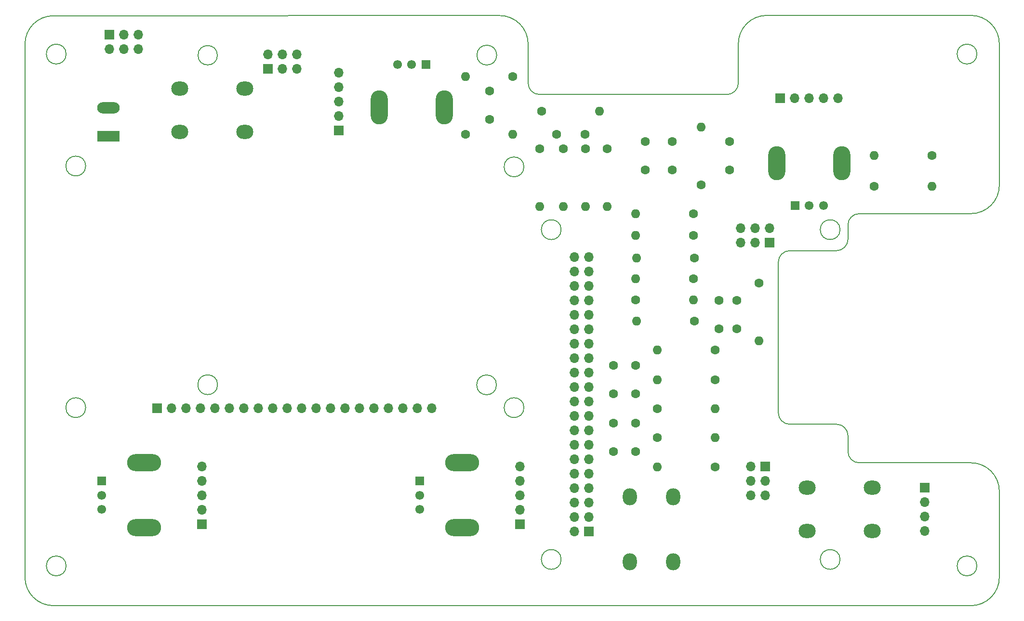
<source format=gbr>
%TF.GenerationSoftware,KiCad,Pcbnew,(6.0.6)*%
%TF.CreationDate,2022-07-08T10:44:38+02:00*%
%TF.ProjectId,norns_fork,6e6f726e-735f-4666-9f72-6b2e6b696361,V2*%
%TF.SameCoordinates,Original*%
%TF.FileFunction,Soldermask,Top*%
%TF.FilePolarity,Negative*%
%FSLAX46Y46*%
G04 Gerber Fmt 4.6, Leading zero omitted, Abs format (unit mm)*
G04 Created by KiCad (PCBNEW (6.0.6)) date 2022-07-08 10:44:38*
%MOMM*%
%LPD*%
G01*
G04 APERTURE LIST*
G04 Aperture macros list*
%AMRoundRect*
0 Rectangle with rounded corners*
0 $1 Rounding radius*
0 $2 $3 $4 $5 $6 $7 $8 $9 X,Y pos of 4 corners*
0 Add a 4 corners polygon primitive as box body*
4,1,4,$2,$3,$4,$5,$6,$7,$8,$9,$2,$3,0*
0 Add four circle primitives for the rounded corners*
1,1,$1+$1,$2,$3*
1,1,$1+$1,$4,$5*
1,1,$1+$1,$6,$7*
1,1,$1+$1,$8,$9*
0 Add four rect primitives between the rounded corners*
20,1,$1+$1,$2,$3,$4,$5,0*
20,1,$1+$1,$4,$5,$6,$7,0*
20,1,$1+$1,$6,$7,$8,$9,0*
20,1,$1+$1,$8,$9,$2,$3,0*%
G04 Aperture macros list end*
%TA.AperFunction,Profile*%
%ADD10C,0.200000*%
%TD*%
%ADD11RoundRect,1.500000X0.000000X1.500000X0.000000X1.500000X0.000000X-1.500000X0.000000X-1.500000X0*%
%ADD12R,1.550000X1.550000*%
%ADD13C,1.550000*%
%ADD14O,3.000000X2.500000*%
%ADD15C,1.600000*%
%ADD16O,1.600000X1.600000*%
%ADD17R,1.700000X1.700000*%
%ADD18O,1.700000X1.700000*%
%ADD19O,2.500000X3.000000*%
%ADD20RoundRect,1.500000X-1.500000X0.000000X-1.500000X0.000000X1.500000X0.000000X1.500000X0.000000X0*%
%ADD21RoundRect,1.500000X0.000000X-1.500000X0.000000X-1.500000X0.000000X1.500000X0.000000X1.500000X0*%
%ADD22R,3.960000X1.980000*%
%ADD23O,3.960000X1.980000*%
G04 APERTURE END LIST*
D10*
X54898757Y-36329557D02*
X51345231Y-36329557D01*
X46345230Y-135080000D02*
G75*
G03*
X51345231Y-140080000I5000000J0D01*
G01*
X129190050Y-101251336D02*
G75*
G03*
X129190050Y-101251336I-1740060J0D01*
G01*
X136750000Y-50180957D02*
X169682342Y-50180957D01*
X51345231Y-140080000D02*
X59900000Y-140080000D01*
X134011141Y-62909400D02*
G75*
G03*
X134011141Y-62909400I-1741410J0D01*
G01*
X217545231Y-119953960D02*
X217545231Y-135080000D01*
X140555410Y-131951800D02*
G75*
G03*
X140555410Y-131951800I-1741410J0D01*
G01*
X217545231Y-66131713D02*
X217545231Y-41268982D01*
X178717040Y-106170860D02*
G75*
G03*
X180717000Y-108170860I2000060J60D01*
G01*
X188942909Y-77646960D02*
X180717000Y-77646960D01*
X192942909Y-71131709D02*
G75*
G03*
X190942909Y-73131713I-109J-1999891D01*
G01*
X54898757Y-36329557D02*
X129747928Y-36298538D01*
X129232210Y-43254160D02*
G75*
G03*
X129232210Y-43254160I-1741410J0D01*
G01*
X46345231Y-41329557D02*
X46345231Y-135080000D01*
X217545240Y-119953960D02*
G75*
G03*
X212545231Y-114953960I-5000040J-40D01*
G01*
X57011131Y-105259400D02*
G75*
G03*
X57011131Y-105259400I-1741410J0D01*
G01*
X53580000Y-43071200D02*
G75*
G03*
X53580000Y-43071200I-1740000J0D01*
G01*
X57011131Y-62759400D02*
G75*
G03*
X57011131Y-62759400I-1741410J0D01*
G01*
X51345231Y-36329561D02*
G75*
G03*
X46345231Y-41329557I9J-5000009D01*
G01*
X53580000Y-133088800D02*
G75*
G03*
X53580000Y-133088800I-1740000J0D01*
G01*
X189554000Y-131951800D02*
G75*
G03*
X189554000Y-131951800I-1740000J0D01*
G01*
X190942909Y-110170860D02*
X190942909Y-112953960D01*
X80190000Y-101220000D02*
G75*
G03*
X80190000Y-101220000I-1740000J0D01*
G01*
X213600000Y-133088800D02*
G75*
G03*
X213600000Y-133088800I-1740000J0D01*
G01*
X217545218Y-41268982D02*
G75*
G03*
X212545231Y-36268982I-5000018J-18D01*
G01*
X134011131Y-105259400D02*
G75*
G03*
X134011131Y-105259400I-1741410J0D01*
G01*
X169682342Y-50180942D02*
G75*
G03*
X171682342Y-48180957I58J1999942D01*
G01*
X140555410Y-73951760D02*
G75*
G03*
X140555410Y-73951760I-1741410J0D01*
G01*
X212545231Y-71131731D02*
G75*
G03*
X217545231Y-66131713I-131J5000131D01*
G01*
X134750043Y-48180957D02*
G75*
G03*
X136750000Y-50180957I2000057J57D01*
G01*
X190942840Y-112953960D02*
G75*
G03*
X192942909Y-114953960I2000060J60D01*
G01*
X189555410Y-73951760D02*
G75*
G03*
X189555410Y-73951760I-1741410J0D01*
G01*
X134750000Y-41298538D02*
X134750000Y-48180957D01*
X59900000Y-140080000D02*
X212545231Y-140080000D01*
X212545231Y-140079931D02*
G75*
G03*
X217545231Y-135080000I-31J5000031D01*
G01*
X180717000Y-77646900D02*
G75*
G03*
X178717000Y-79646960I0J-2000000D01*
G01*
X80152939Y-43280000D02*
G75*
G03*
X80152939Y-43280000I-1702939J0D01*
G01*
X176682342Y-36269042D02*
G75*
G03*
X171682342Y-41268982I-42J-4999958D01*
G01*
X190942909Y-73131713D02*
X190942909Y-75646960D01*
X171682342Y-48180957D02*
X171682342Y-41268982D01*
X188942909Y-77647009D02*
G75*
G03*
X190942909Y-75646960I-9J2000009D01*
G01*
X134750062Y-41298538D02*
G75*
G03*
X129747928Y-36298538I-4999962J38D01*
G01*
X178717000Y-79646960D02*
X178717000Y-106170860D01*
X176682342Y-36268982D02*
X212545231Y-36268982D01*
X213601410Y-43071200D02*
G75*
G03*
X213601410Y-43071200I-1741410J0D01*
G01*
X192942909Y-114953960D02*
X212545231Y-114953960D01*
X180717000Y-108170860D02*
X188942909Y-108170860D01*
X212545231Y-71131713D02*
X192942909Y-71131713D01*
X190942840Y-110170860D02*
G75*
G03*
X188942909Y-108170860I-1999940J60D01*
G01*
D11*
%TO.C,ENC1*%
X119980000Y-52410000D03*
X108580000Y-52410000D03*
D12*
X116780000Y-44910000D03*
D13*
X111780000Y-44910000D03*
X114280000Y-44910000D03*
%TD*%
D14*
%TO.C,K3*%
X195208000Y-119290000D03*
X183778000Y-119290000D03*
X183778000Y-126910000D03*
X195208000Y-126910000D03*
%TD*%
D15*
%TO.C,R13*%
X132080000Y-46990000D03*
D16*
X132080000Y-57150000D03*
%TD*%
D15*
%TO.C,R12*%
X163950000Y-78950000D03*
D16*
X153790000Y-78950000D03*
%TD*%
D17*
%TO.C,J1*%
X101510000Y-56485000D03*
D18*
X101510000Y-53945000D03*
X101510000Y-51405000D03*
X101510000Y-48865000D03*
X101510000Y-46325000D03*
%TD*%
D15*
%TO.C,R17*%
X163940000Y-90000000D03*
D16*
X153780000Y-90000000D03*
%TD*%
D15*
%TO.C,R18*%
X163830000Y-74930000D03*
D16*
X153670000Y-74930000D03*
%TD*%
D17*
%TO.C,J4*%
X179070000Y-50800000D03*
D18*
X181610000Y-50800000D03*
X184150000Y-50800000D03*
X186690000Y-50800000D03*
X189230000Y-50800000D03*
%TD*%
D15*
%TO.C,R8*%
X163830000Y-82550000D03*
D16*
X153670000Y-82550000D03*
%TD*%
D15*
%TO.C,R14*%
X153670000Y-86350000D03*
D16*
X163830000Y-86350000D03*
%TD*%
D15*
%TO.C,R22*%
X167640000Y-115675000D03*
D16*
X157480000Y-115675000D03*
%TD*%
D15*
%TO.C,C8*%
X160066666Y-58460000D03*
X160066666Y-63460000D03*
%TD*%
D17*
%TO.C,J10*%
X145460000Y-127050000D03*
D18*
X142920000Y-127050000D03*
X145460000Y-124510000D03*
X142920000Y-124510000D03*
X145460000Y-121970000D03*
X142920000Y-121970000D03*
X145460000Y-119430000D03*
X142920000Y-119430000D03*
X145460000Y-116890000D03*
X142920000Y-116890000D03*
X145460000Y-114350000D03*
X142920000Y-114350000D03*
X145460000Y-111810000D03*
X142920000Y-111810000D03*
X145460000Y-109270000D03*
X142920000Y-109270000D03*
X145460000Y-106730000D03*
X142920000Y-106730000D03*
X145460000Y-104190000D03*
X142920000Y-104190000D03*
X145460000Y-101650000D03*
X142920000Y-101650000D03*
X145460000Y-99110000D03*
X142920000Y-99110000D03*
X145460000Y-96570000D03*
X142920000Y-96570000D03*
X145460000Y-94030000D03*
X142920000Y-94030000D03*
X145460000Y-91490000D03*
X142920000Y-91490000D03*
X145460000Y-88950000D03*
X142920000Y-88950000D03*
X145460000Y-86410000D03*
X142920000Y-86410000D03*
X145460000Y-83870000D03*
X142920000Y-83870000D03*
X145460000Y-81330000D03*
X142920000Y-81330000D03*
X145460000Y-78790000D03*
X142920000Y-78790000D03*
%TD*%
D19*
%TO.C,K2*%
X160210000Y-120958000D03*
X160210000Y-132388000D03*
X152590000Y-120958000D03*
X152590000Y-132388000D03*
%TD*%
D15*
%TO.C,R3*%
X148650000Y-59690000D03*
D16*
X148650000Y-69850000D03*
%TD*%
D15*
%TO.C,C6*%
X153670000Y-97830000D03*
X153670000Y-102830000D03*
%TD*%
D17*
%TO.C,J5*%
X177210000Y-76250000D03*
D18*
X177210000Y-73710000D03*
X174670000Y-76250000D03*
X174670000Y-73710000D03*
X172130000Y-76250000D03*
X172130000Y-73710000D03*
%TD*%
D15*
%TO.C,R11*%
X157480000Y-105410000D03*
D16*
X167640000Y-105410000D03*
%TD*%
D15*
%TO.C,R21*%
X157480000Y-110542500D03*
D16*
X167640000Y-110542500D03*
%TD*%
D15*
%TO.C,R19*%
X167640000Y-100330000D03*
D16*
X157480000Y-100330000D03*
%TD*%
D17*
%TO.C,J9*%
X69519800Y-105359200D03*
D18*
X72059800Y-105359200D03*
X74599800Y-105359200D03*
X77139800Y-105359200D03*
X79679800Y-105359200D03*
X82219800Y-105359200D03*
X84759800Y-105359200D03*
X87299800Y-105359200D03*
X89839800Y-105359200D03*
X92379800Y-105359200D03*
X94919800Y-105359200D03*
X97459800Y-105359200D03*
X99999800Y-105359200D03*
X102539800Y-105359200D03*
X105079800Y-105359200D03*
X107619800Y-105359200D03*
X110159800Y-105359200D03*
X112699800Y-105359200D03*
X115239800Y-105359200D03*
X117779800Y-105359200D03*
%TD*%
D15*
%TO.C,R20*%
X167640000Y-95145000D03*
D16*
X157480000Y-95145000D03*
%TD*%
D15*
%TO.C,R15*%
X165123332Y-66040000D03*
D16*
X165123332Y-55880000D03*
%TD*%
D20*
%TO.C,ENC2*%
X67310000Y-114950000D03*
X67310000Y-126350000D03*
D12*
X59810000Y-118150000D03*
D13*
X59810000Y-123150000D03*
X59810000Y-120650000D03*
%TD*%
D15*
%TO.C,R10*%
X123756002Y-57150000D03*
D16*
X123756002Y-46990000D03*
%TD*%
D15*
%TO.C,C10*%
X153670000Y-107950000D03*
X153670000Y-112950000D03*
%TD*%
%TO.C,C9*%
X170180000Y-58460000D03*
X170180000Y-63460000D03*
%TD*%
%TO.C,R1*%
X136800000Y-59690000D03*
D16*
X136800000Y-69850000D03*
%TD*%
D17*
%TO.C,J11*%
X204455000Y-119370000D03*
D18*
X204455000Y-121910000D03*
X204455000Y-124450000D03*
X204455000Y-126990000D03*
%TD*%
D15*
%TO.C,C5*%
X127969998Y-49570000D03*
X127969998Y-54570000D03*
%TD*%
%TO.C,C7*%
X155310000Y-58460000D03*
X155310000Y-63460000D03*
%TD*%
D14*
%TO.C,K1*%
X85008000Y-49180000D03*
X73578000Y-49180000D03*
X73578000Y-56800000D03*
X85008000Y-56800000D03*
%TD*%
D15*
%TO.C,C4*%
X168280000Y-86400000D03*
X168280000Y-91400000D03*
%TD*%
%TO.C,R6*%
X163790000Y-71120000D03*
D16*
X153630000Y-71120000D03*
%TD*%
D17*
%TO.C,J7*%
X176450000Y-115585000D03*
D18*
X173910000Y-115585000D03*
X176450000Y-118125000D03*
X173910000Y-118125000D03*
X176450000Y-120665000D03*
X173910000Y-120665000D03*
%TD*%
D15*
%TO.C,C11*%
X149770000Y-107950000D03*
X149770000Y-112950000D03*
%TD*%
%TO.C,C1*%
X171450000Y-86400000D03*
X171450000Y-91400000D03*
%TD*%
%TO.C,R2*%
X195580000Y-66360000D03*
D16*
X205740000Y-66360000D03*
%TD*%
D20*
%TO.C,ENC3*%
X123190000Y-114950000D03*
X123190000Y-126350000D03*
D12*
X115690000Y-118150000D03*
D13*
X115690000Y-123150000D03*
X115690000Y-120650000D03*
%TD*%
D15*
%TO.C,C3*%
X149770000Y-102830000D03*
X149770000Y-97830000D03*
%TD*%
D21*
%TO.C,ENC4*%
X178450000Y-62230000D03*
X189850000Y-62230000D03*
D12*
X181650000Y-69730000D03*
D13*
X186650000Y-69730000D03*
X184150000Y-69730000D03*
%TD*%
D15*
%TO.C,R9*%
X144840000Y-59690000D03*
D16*
X144840000Y-69850000D03*
%TD*%
D15*
%TO.C,R16*%
X205740000Y-60930000D03*
D16*
X195580000Y-60930000D03*
%TD*%
D17*
%TO.C,J3*%
X133350000Y-125730000D03*
D18*
X133350000Y-123190000D03*
X133350000Y-120650000D03*
X133350000Y-118110000D03*
X133350000Y-115570000D03*
%TD*%
D17*
%TO.C,J8*%
X61150000Y-39670000D03*
D18*
X61150000Y-42210000D03*
X63690000Y-39670000D03*
X63690000Y-42210000D03*
X66230000Y-39670000D03*
X66230000Y-42210000D03*
%TD*%
D15*
%TO.C,R5*%
X140970000Y-59690000D03*
D16*
X140970000Y-69850000D03*
%TD*%
D15*
%TO.C,R4*%
X175320000Y-83340000D03*
D16*
X175320000Y-93500000D03*
%TD*%
D17*
%TO.C,J2*%
X77470000Y-125730000D03*
D18*
X77470000Y-123190000D03*
X77470000Y-120650000D03*
X77470000Y-118110000D03*
X77470000Y-115570000D03*
%TD*%
D15*
%TO.C,R7*%
X137100000Y-53140000D03*
D16*
X147260000Y-53140000D03*
%TD*%
D15*
%TO.C,C2*%
X144740000Y-57150000D03*
X139740000Y-57150000D03*
%TD*%
D22*
%TO.C,J12*%
X61000000Y-57495000D03*
D23*
X61000000Y-52495000D03*
%TD*%
D17*
%TO.C,J6*%
X89009998Y-45632997D03*
D18*
X89009998Y-43092997D03*
X91549998Y-45632997D03*
X91549998Y-43092997D03*
X94089998Y-45632997D03*
X94089998Y-43092997D03*
%TD*%
M02*

</source>
